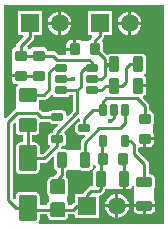
<source format=gtl>
G04 Layer_Physical_Order=1*
G04 Layer_Color=255*
%FSLAX44Y44*%
%MOMM*%
G71*
G01*
G75*
G04:AMPARAMS|DCode=10|XSize=1.3mm|YSize=0.8mm|CornerRadius=0.1mm|HoleSize=0mm|Usage=FLASHONLY|Rotation=90.000|XOffset=0mm|YOffset=0mm|HoleType=Round|Shape=RoundedRectangle|*
%AMROUNDEDRECTD10*
21,1,1.3000,0.6000,0,0,90.0*
21,1,1.1000,0.8000,0,0,90.0*
1,1,0.2000,0.3000,0.5500*
1,1,0.2000,0.3000,-0.5500*
1,1,0.2000,-0.3000,-0.5500*
1,1,0.2000,-0.3000,0.5500*
%
%ADD10ROUNDEDRECTD10*%
G04:AMPARAMS|DCode=11|XSize=0.6mm|YSize=1mm|CornerRadius=0.075mm|HoleSize=0mm|Usage=FLASHONLY|Rotation=270.000|XOffset=0mm|YOffset=0mm|HoleType=Round|Shape=RoundedRectangle|*
%AMROUNDEDRECTD11*
21,1,0.6000,0.8500,0,0,270.0*
21,1,0.4500,1.0000,0,0,270.0*
1,1,0.1500,-0.4250,-0.2250*
1,1,0.1500,-0.4250,0.2250*
1,1,0.1500,0.4250,0.2250*
1,1,0.1500,0.4250,-0.2250*
%
%ADD11ROUNDEDRECTD11*%
G04:AMPARAMS|DCode=12|XSize=1.27mm|YSize=1.27mm|CornerRadius=0.1588mm|HoleSize=0mm|Usage=FLASHONLY|Rotation=90.000|XOffset=0mm|YOffset=0mm|HoleType=Round|Shape=RoundedRectangle|*
%AMROUNDEDRECTD12*
21,1,1.2700,0.9525,0,0,90.0*
21,1,0.9525,1.2700,0,0,90.0*
1,1,0.3175,0.4763,0.4763*
1,1,0.3175,0.4763,-0.4763*
1,1,0.3175,-0.4763,-0.4763*
1,1,0.3175,-0.4763,0.4763*
%
%ADD12ROUNDEDRECTD12*%
G04:AMPARAMS|DCode=13|XSize=1mm|YSize=0.9mm|CornerRadius=0.1125mm|HoleSize=0mm|Usage=FLASHONLY|Rotation=90.000|XOffset=0mm|YOffset=0mm|HoleType=Round|Shape=RoundedRectangle|*
%AMROUNDEDRECTD13*
21,1,1.0000,0.6750,0,0,90.0*
21,1,0.7750,0.9000,0,0,90.0*
1,1,0.2250,0.3375,0.3875*
1,1,0.2250,0.3375,-0.3875*
1,1,0.2250,-0.3375,-0.3875*
1,1,0.2250,-0.3375,0.3875*
%
%ADD13ROUNDEDRECTD13*%
G04:AMPARAMS|DCode=14|XSize=1mm|YSize=0.9mm|CornerRadius=0.1125mm|HoleSize=0mm|Usage=FLASHONLY|Rotation=0.000|XOffset=0mm|YOffset=0mm|HoleType=Round|Shape=RoundedRectangle|*
%AMROUNDEDRECTD14*
21,1,1.0000,0.6750,0,0,0.0*
21,1,0.7750,0.9000,0,0,0.0*
1,1,0.2250,0.3875,-0.3375*
1,1,0.2250,-0.3875,-0.3375*
1,1,0.2250,-0.3875,0.3375*
1,1,0.2250,0.3875,0.3375*
%
%ADD14ROUNDEDRECTD14*%
G04:AMPARAMS|DCode=15|XSize=0.6mm|YSize=1mm|CornerRadius=0.075mm|HoleSize=0mm|Usage=FLASHONLY|Rotation=180.000|XOffset=0mm|YOffset=0mm|HoleType=Round|Shape=RoundedRectangle|*
%AMROUNDEDRECTD15*
21,1,0.6000,0.8500,0,0,180.0*
21,1,0.4500,1.0000,0,0,180.0*
1,1,0.1500,-0.2250,0.4250*
1,1,0.1500,0.2250,0.4250*
1,1,0.1500,0.2250,-0.4250*
1,1,0.1500,-0.2250,-0.4250*
%
%ADD15ROUNDEDRECTD15*%
G04:AMPARAMS|DCode=16|XSize=1.3mm|YSize=0.8mm|CornerRadius=0.1mm|HoleSize=0mm|Usage=FLASHONLY|Rotation=0.000|XOffset=0mm|YOffset=0mm|HoleType=Round|Shape=RoundedRectangle|*
%AMROUNDEDRECTD16*
21,1,1.3000,0.6000,0,0,0.0*
21,1,1.1000,0.8000,0,0,0.0*
1,1,0.2000,0.5500,-0.3000*
1,1,0.2000,-0.5500,-0.3000*
1,1,0.2000,-0.5500,0.3000*
1,1,0.2000,0.5500,0.3000*
%
%ADD16ROUNDEDRECTD16*%
G04:AMPARAMS|DCode=17|XSize=1.45mm|YSize=1.25mm|CornerRadius=0.125mm|HoleSize=0mm|Usage=FLASHONLY|Rotation=180.000|XOffset=0mm|YOffset=0mm|HoleType=Round|Shape=RoundedRectangle|*
%AMROUNDEDRECTD17*
21,1,1.4500,1.0000,0,0,180.0*
21,1,1.2000,1.2500,0,0,180.0*
1,1,0.2500,-0.6000,0.5000*
1,1,0.2500,0.6000,0.5000*
1,1,0.2500,0.6000,-0.5000*
1,1,0.2500,-0.6000,-0.5000*
%
%ADD17ROUNDEDRECTD17*%
G04:AMPARAMS|DCode=18|XSize=2.2mm|YSize=1.5mm|CornerRadius=0.1875mm|HoleSize=0mm|Usage=FLASHONLY|Rotation=90.000|XOffset=0mm|YOffset=0mm|HoleType=Round|Shape=RoundedRectangle|*
%AMROUNDEDRECTD18*
21,1,2.2000,1.1250,0,0,90.0*
21,1,1.8250,1.5000,0,0,90.0*
1,1,0.3750,0.5625,0.9125*
1,1,0.3750,0.5625,-0.9125*
1,1,0.3750,-0.5625,-0.9125*
1,1,0.3750,-0.5625,0.9125*
%
%ADD18ROUNDEDRECTD18*%
%ADD19C,0.2540*%
%ADD20R,1.5000X1.5000*%
%ADD21C,1.5000*%
%ADD22C,0.4000*%
G36*
X777143Y655104D02*
X777628Y654378D01*
X778716Y653651D01*
X780000Y653395D01*
X788500D01*
X789784Y653651D01*
X790872Y654378D01*
X791365Y655115D01*
X794115D01*
Y641859D01*
X789778Y637522D01*
X788604Y638008D01*
Y638750D01*
X788349Y640034D01*
X787622Y641122D01*
X786534Y641849D01*
X785250Y642104D01*
X776750D01*
X775466Y641849D01*
X774378Y641122D01*
X773885Y640385D01*
X769015D01*
X766843Y642557D01*
X766000Y643120D01*
Y649250D01*
X766000D01*
X765811Y649481D01*
X765864Y649750D01*
Y650865D01*
X769500D01*
X770987Y651161D01*
X772247Y652003D01*
X775705Y655462D01*
X777143Y655104D01*
D02*
G37*
G36*
X871500Y546250D02*
X765510D01*
X765027Y547520D01*
X765784Y548652D01*
X766126Y550375D01*
Y554090D01*
X772529D01*
Y553213D01*
X772850Y551602D01*
X773762Y550237D01*
X775127Y549324D01*
X776738Y549004D01*
X786263D01*
X787873Y549324D01*
X789238Y550237D01*
X790151Y551602D01*
X790471Y553213D01*
Y554090D01*
X794725D01*
X795228Y554190D01*
X796210Y553385D01*
Y551210D01*
X816290D01*
Y569865D01*
X816500D01*
X817987Y570161D01*
X819247Y571003D01*
X820747Y572503D01*
X821589Y573763D01*
X821885Y575250D01*
Y575317D01*
X822381Y575415D01*
X822882Y575750D01*
X833118D01*
X833619Y575415D01*
X835000Y575141D01*
X836730D01*
Y584250D01*
X839270D01*
Y575141D01*
X841000D01*
X842381Y575415D01*
X843552Y576198D01*
X844335Y577369D01*
X844428Y577838D01*
X845723D01*
X845915Y576869D01*
X846250Y576368D01*
Y566132D01*
X845915Y565631D01*
X845641Y564250D01*
Y562520D01*
X863859D01*
Y564250D01*
X863585Y565631D01*
X863250Y566132D01*
Y576368D01*
X863585Y576869D01*
X863859Y578250D01*
Y584250D01*
X863585Y585631D01*
X862802Y586802D01*
X861631Y587585D01*
X860250Y587859D01*
X858635D01*
Y596250D01*
X858339Y597737D01*
X857497Y598997D01*
X849635Y606859D01*
Y609890D01*
X850905Y610932D01*
X851125Y610888D01*
X853730D01*
Y618000D01*
X855000D01*
Y619270D01*
X862612D01*
Y621375D01*
X862327Y622805D01*
X862000Y623295D01*
Y629705D01*
X862327Y630195D01*
X862612Y631625D01*
Y638375D01*
X862327Y639805D01*
X861517Y641017D01*
X860305Y641827D01*
X858885Y642110D01*
Y645500D01*
X858589Y646987D01*
X857747Y648247D01*
X853457Y652536D01*
X853876Y653914D01*
X853881Y653915D01*
X855052Y654698D01*
X855835Y655869D01*
X856109Y657250D01*
Y661480D01*
X849500D01*
Y664020D01*
X856109D01*
Y668250D01*
X855835Y669631D01*
X855052Y670802D01*
X854590Y671111D01*
Y672639D01*
X855052Y672948D01*
X855835Y674119D01*
X856109Y675500D01*
Y686500D01*
X855835Y687881D01*
X855052Y689052D01*
X853881Y689835D01*
X852500Y690109D01*
X846500D01*
X845119Y689835D01*
X844618Y689500D01*
X834382D01*
X833881Y689835D01*
X832500Y690109D01*
X826500D01*
X825119Y689835D01*
X823948Y689052D01*
X823487Y689007D01*
X820112Y692382D01*
Y697875D01*
X819827Y699305D01*
X819017Y700517D01*
X818905Y701661D01*
X819747Y702503D01*
X820589Y703763D01*
X820885Y705250D01*
Y705710D01*
X827040D01*
Y725790D01*
X806960D01*
Y705710D01*
X810307D01*
X810793Y704537D01*
X810253Y703997D01*
X809411Y702737D01*
X809169Y701521D01*
X808195Y701327D01*
X807705Y701000D01*
X801295D01*
X800805Y701327D01*
X799375Y701612D01*
X797270D01*
Y694000D01*
X796000D01*
Y692730D01*
X788888D01*
Y690125D01*
X788920Y689965D01*
X787878Y688695D01*
X782549D01*
X779997Y691247D01*
X778737Y692089D01*
X777250Y692385D01*
X772760D01*
X772577Y693305D01*
X771767Y694517D01*
X770555Y695327D01*
X769125Y695612D01*
X761375D01*
X759945Y695327D01*
X758733Y694517D01*
X758386Y693998D01*
X756864D01*
X756517Y694517D01*
X755942Y694902D01*
X755691Y696447D01*
X760497Y701253D01*
X761339Y702513D01*
X761635Y704000D01*
Y705710D01*
X767790D01*
Y725790D01*
X747710D01*
Y705710D01*
X752170D01*
X752696Y704440D01*
X747253Y698997D01*
X746411Y697737D01*
X746115Y696250D01*
Y695610D01*
X744695Y695327D01*
X743483Y694517D01*
X742673Y693305D01*
X742388Y691875D01*
Y685125D01*
X742673Y683695D01*
X743000Y683205D01*
Y676795D01*
X742673Y676305D01*
X742388Y674875D01*
Y672770D01*
X750000D01*
Y670230D01*
X742388D01*
Y668125D01*
X742673Y666695D01*
X743483Y665483D01*
X744695Y664673D01*
X746125Y664388D01*
X747877D01*
X748219Y663118D01*
X747268Y662482D01*
X746430Y661229D01*
X746136Y659750D01*
Y649750D01*
X746189Y649481D01*
X746000Y649250D01*
X746000D01*
Y643434D01*
X745823Y643399D01*
X744563Y642557D01*
X737270Y635264D01*
X736000Y635790D01*
Y731250D01*
X871500D01*
Y546250D01*
D02*
G37*
G36*
X800196Y635156D02*
X800115Y634750D01*
Y632604D01*
X799750D01*
X798466Y632349D01*
X797378Y631622D01*
X796651Y630534D01*
X796395Y629250D01*
Y624750D01*
X796651Y623466D01*
X797378Y622378D01*
X798466Y621651D01*
X799750Y621395D01*
X804242D01*
X804728Y620222D01*
X802003Y617497D01*
X801161Y616237D01*
X800865Y614750D01*
Y608933D01*
X800369Y608835D01*
X799868Y608500D01*
X789632D01*
X789131Y608835D01*
X787750Y609109D01*
X785011D01*
X784332Y610379D01*
X784589Y610763D01*
X784814Y611895D01*
X785250D01*
X786534Y612151D01*
X787622Y612878D01*
X788349Y613966D01*
X788604Y615250D01*
Y619750D01*
X788349Y621034D01*
X787622Y622122D01*
X787346Y622306D01*
X787164Y623920D01*
X799026Y635782D01*
X800196Y635156D01*
D02*
G37*
G36*
X767406Y632615D02*
X773885D01*
X774378Y631878D01*
X775466Y631151D01*
X776750Y630896D01*
X781492D01*
X781979Y629722D01*
X778253Y625997D01*
X777411Y624737D01*
X777115Y623250D01*
Y623104D01*
X776750D01*
X775466Y622849D01*
X774378Y622122D01*
X773651Y621034D01*
X773395Y619750D01*
Y615250D01*
X773651Y613966D01*
X774378Y612878D01*
X774599Y612731D01*
X774723Y611467D01*
X768641Y605385D01*
X766126D01*
Y610625D01*
X765784Y612348D01*
X764808Y613808D01*
X763348Y614784D01*
X761625Y615126D01*
X759885D01*
Y620886D01*
X762000D01*
X763479Y621180D01*
X764732Y622018D01*
X765570Y623271D01*
X765864Y624750D01*
Y631627D01*
X767134Y632669D01*
X767406Y632615D01*
D02*
G37*
G36*
X812673Y595695D02*
X813483Y594483D01*
X813633Y594382D01*
X813626Y593714D01*
X813478Y592990D01*
X812448Y592302D01*
X811665Y591131D01*
X811391Y589750D01*
Y578750D01*
X811417Y578616D01*
X810611Y577635D01*
X809750D01*
X808263Y577339D01*
X807003Y576497D01*
X803503Y572997D01*
X802661Y571737D01*
X802572Y571290D01*
X796210D01*
Y564636D01*
X795253Y563997D01*
X793116Y561860D01*
X790471D01*
Y562738D01*
X790151Y564348D01*
X789238Y565713D01*
X789120Y565792D01*
Y569208D01*
X789238Y569287D01*
X790151Y570652D01*
X790471Y572262D01*
Y581787D01*
X790151Y583398D01*
X789238Y584763D01*
X788039Y585565D01*
X788339Y586013D01*
X788635Y587500D01*
Y591067D01*
X789131Y591165D01*
X789632Y591500D01*
X799868D01*
X800369Y591165D01*
X801750Y590891D01*
X807750D01*
X809131Y591165D01*
X810302Y591948D01*
X811085Y593119D01*
X811359Y594500D01*
Y595788D01*
X812629Y595913D01*
X812673Y595695D01*
D02*
G37*
G36*
X746136Y631483D02*
Y624750D01*
X746430Y623271D01*
X747268Y622018D01*
X748521Y621180D01*
X750000Y620886D01*
X752115D01*
Y615126D01*
X750375D01*
X748652Y614784D01*
X747192Y613808D01*
X746216Y612348D01*
X745873Y610625D01*
Y592375D01*
X746216Y590652D01*
X747192Y589192D01*
X748652Y588216D01*
X750375Y587873D01*
X761625D01*
X763348Y588216D01*
X764808Y589192D01*
X765784Y590652D01*
X766126Y592375D01*
Y597615D01*
X770250D01*
X771737Y597911D01*
X772997Y598753D01*
X776967Y602724D01*
X778141Y602238D01*
Y594500D01*
X778415Y593119D01*
X779198Y591948D01*
X780369Y591165D01*
X780865Y591067D01*
Y589109D01*
X778753Y586997D01*
X778084Y585996D01*
X776738D01*
X775127Y585676D01*
X773762Y584763D01*
X772850Y583398D01*
X772529Y581787D01*
Y572262D01*
X772850Y570652D01*
X773762Y569287D01*
X773880Y569208D01*
Y565792D01*
X773762Y565713D01*
X772850Y564348D01*
X772529Y562738D01*
Y561860D01*
X766126D01*
Y568625D01*
X765784Y570348D01*
X764808Y571808D01*
X763348Y572784D01*
X761625Y573126D01*
X750375D01*
X748652Y572784D01*
X747192Y571808D01*
X746216Y570348D01*
X745873Y568625D01*
Y567280D01*
X744700Y566794D01*
X743385Y568109D01*
Y630391D01*
X744962Y631969D01*
X746136Y631483D01*
D02*
G37*
%LPC*%
G36*
X843670Y725709D02*
Y717020D01*
X852359D01*
X852182Y718371D01*
X851170Y720813D01*
X849561Y722911D01*
X847463Y724520D01*
X845021Y725531D01*
X843670Y725709D01*
D02*
G37*
G36*
X841130D02*
X839779Y725531D01*
X837337Y724520D01*
X835239Y722911D01*
X833630Y720813D01*
X832618Y718371D01*
X832441Y717020D01*
X841130D01*
Y725709D01*
D02*
G37*
G36*
X784420D02*
Y717020D01*
X793109D01*
X792932Y718371D01*
X791920Y720813D01*
X790311Y722911D01*
X788213Y724520D01*
X785771Y725531D01*
X784420Y725709D01*
D02*
G37*
G36*
X781880D02*
X780529Y725531D01*
X778087Y724520D01*
X775989Y722911D01*
X774380Y720813D01*
X773368Y718371D01*
X773191Y717020D01*
X781880D01*
Y725709D01*
D02*
G37*
G36*
X852359Y714480D02*
X843670D01*
Y705791D01*
X845021Y705968D01*
X847463Y706980D01*
X849561Y708589D01*
X851170Y710687D01*
X852182Y713129D01*
X852359Y714480D01*
D02*
G37*
G36*
X841130D02*
X832441D01*
X832618Y713129D01*
X833630Y710687D01*
X835239Y708589D01*
X837337Y706980D01*
X839779Y705968D01*
X841130Y705791D01*
Y714480D01*
D02*
G37*
G36*
X793109D02*
X784420D01*
Y705791D01*
X785771Y705968D01*
X788213Y706980D01*
X790311Y708589D01*
X791920Y710687D01*
X792932Y713129D01*
X793109Y714480D01*
D02*
G37*
G36*
X781880D02*
X773191D01*
X773368Y713129D01*
X774380Y710687D01*
X775989Y708589D01*
X778087Y706980D01*
X780529Y705968D01*
X781880Y705791D01*
Y714480D01*
D02*
G37*
G36*
X794730Y701612D02*
X792625D01*
X791195Y701327D01*
X789983Y700517D01*
X789173Y699305D01*
X788888Y697875D01*
Y695270D01*
X794730D01*
Y701612D01*
D02*
G37*
G36*
X862612Y616730D02*
X856270D01*
Y610888D01*
X858875D01*
X860305Y611173D01*
X861517Y611983D01*
X862327Y613195D01*
X862612Y614625D01*
Y616730D01*
D02*
G37*
G36*
X832920Y571209D02*
Y562520D01*
X841609D01*
X841432Y563871D01*
X840420Y566313D01*
X838811Y568411D01*
X836713Y570020D01*
X834271Y571032D01*
X832920Y571209D01*
D02*
G37*
G36*
X830380D02*
X829029Y571032D01*
X826587Y570020D01*
X824489Y568411D01*
X822880Y566313D01*
X821868Y563871D01*
X821691Y562520D01*
X830380D01*
Y571209D01*
D02*
G37*
G36*
X863859Y559980D02*
X856020D01*
Y554641D01*
X860250D01*
X861631Y554915D01*
X862802Y555698D01*
X863585Y556869D01*
X863859Y558250D01*
Y559980D01*
D02*
G37*
G36*
X853480D02*
X845641D01*
Y558250D01*
X845915Y556869D01*
X846698Y555698D01*
X847869Y554915D01*
X849250Y554641D01*
X853480D01*
Y559980D01*
D02*
G37*
G36*
X841609Y559980D02*
X832920D01*
Y551291D01*
X834271Y551468D01*
X836713Y552480D01*
X838811Y554089D01*
X840420Y556187D01*
X841432Y558629D01*
X841609Y559980D01*
D02*
G37*
G36*
X830380D02*
X821691D01*
X821868Y558629D01*
X822880Y556187D01*
X824489Y554089D01*
X826587Y552480D01*
X829029Y551468D01*
X830380Y551291D01*
Y559980D01*
D02*
G37*
%LPD*%
D10*
X838000Y584250D02*
D03*
X818000D02*
D03*
X849500Y681000D02*
D03*
X829500D02*
D03*
X849500Y662750D02*
D03*
X829500D02*
D03*
X804750Y600000D02*
D03*
X784750D02*
D03*
D11*
X804000Y627000D02*
D03*
X781000Y617500D02*
D03*
Y636500D02*
D03*
X810250Y668500D02*
D03*
Y659000D02*
D03*
X784250Y678000D02*
D03*
Y668500D02*
D03*
Y659000D02*
D03*
X810250Y678000D02*
D03*
D12*
X781500Y577025D02*
D03*
Y557975D02*
D03*
D13*
X819500Y601000D02*
D03*
X836500D02*
D03*
X813000Y694000D02*
D03*
X796000D02*
D03*
D14*
X765250Y688500D02*
D03*
Y671500D02*
D03*
X750000Y688500D02*
D03*
Y671500D02*
D03*
X855000Y635000D02*
D03*
Y618000D02*
D03*
D15*
X838500Y616500D02*
D03*
X819500Y642500D02*
D03*
X829000D02*
D03*
X838500D02*
D03*
X819500Y616500D02*
D03*
D16*
X854750Y561250D02*
D03*
Y581250D02*
D03*
D17*
X756000Y629750D02*
D03*
Y654750D02*
D03*
D18*
Y601500D02*
D03*
Y559500D02*
D03*
D19*
X806250Y561250D02*
Y570250D01*
X809750Y573750D01*
X816500D01*
X818000Y575250D01*
Y584250D01*
X798000Y561250D02*
X806250D01*
X794725Y557975D02*
X798000Y561250D01*
X781500Y557975D02*
X794725D01*
X757525D02*
X781500D01*
X756000Y559500D02*
X757525Y557975D01*
X756000Y601500D02*
Y629750D01*
X739500Y566500D02*
X746500Y559500D01*
X756000D01*
X818000Y584250D02*
Y599500D01*
X819250Y600750D01*
Y616250D01*
X804750Y600000D02*
Y614750D01*
X816750Y626750D01*
X834000D01*
X838500Y631250D01*
Y642500D01*
X756000Y601500D02*
X770250D01*
X781000Y612250D01*
Y617500D01*
X781500Y577025D02*
Y584250D01*
X784750Y587500D01*
Y600000D01*
X767406Y636500D02*
X781000D01*
X739500Y566500D02*
Y632000D01*
X811750Y642500D02*
X819500D01*
X829500Y662750D02*
X836250D01*
X839500Y666000D01*
Y677750D01*
X842750Y681000D01*
X849500D01*
X838500Y616500D02*
X842750D01*
X845750Y613500D01*
Y605250D02*
Y613500D01*
Y605250D02*
X854750Y596250D01*
Y581250D02*
Y596250D01*
X848250Y652250D02*
X855000Y645500D01*
Y635000D02*
Y645500D01*
X750000Y688500D02*
X765250D01*
X757750Y704000D02*
Y715750D01*
X750000Y696250D02*
X757750Y704000D01*
X750000Y688500D02*
Y696250D01*
X804000Y627000D02*
Y634750D01*
X811750Y642500D01*
X781000Y617500D02*
Y623250D01*
X777250Y688500D02*
X780940Y684810D01*
X765250Y688500D02*
X777250D01*
X810250Y668500D02*
X818500D01*
X821250Y671250D01*
Y678250D01*
X824000Y681000D01*
X829500D01*
X813000Y694000D02*
X821250Y685750D01*
Y678250D02*
Y685750D01*
X810250Y659000D02*
X818500D01*
X822250Y662750D01*
X829500D01*
X781000Y623250D02*
X797199Y639449D01*
X778000Y678000D02*
X784250D01*
X774500Y674500D02*
X778000Y678000D01*
X817000Y705250D02*
Y715750D01*
X813000Y701250D02*
X817000Y705250D01*
X813000Y694000D02*
Y701250D01*
X750000Y671500D02*
X765250D01*
X836500Y585750D02*
X838000Y584250D01*
X836500Y596250D02*
Y601000D01*
Y596250D02*
X838000Y594750D01*
Y584250D02*
Y594750D01*
X780940Y684810D02*
X808190D01*
X810250Y682750D01*
Y678000D02*
Y682750D01*
X784250Y659000D02*
X798000D01*
X801250Y674750D02*
X804500Y678000D01*
X810250D01*
X819500Y642500D02*
Y649500D01*
X822250Y652250D01*
X848250D01*
X798000Y640250D02*
Y659000D01*
X801250Y662250D01*
Y674750D01*
X756000Y654750D02*
X769500D01*
X774500Y659750D01*
Y674500D01*
X739500Y632000D02*
X747310Y639810D01*
X764096D01*
X767406Y636500D01*
X784250Y668500D02*
X794000D01*
X829000Y636000D02*
Y642500D01*
X826000Y633000D02*
X829000Y636000D01*
D20*
X817000Y715750D02*
D03*
X757750D02*
D03*
X806250Y561250D02*
D03*
D21*
X842400Y715750D02*
D03*
X783150D02*
D03*
X831650Y561250D02*
D03*
D22*
X794000Y668500D02*
D03*
X826000Y633000D02*
D03*
M02*

</source>
